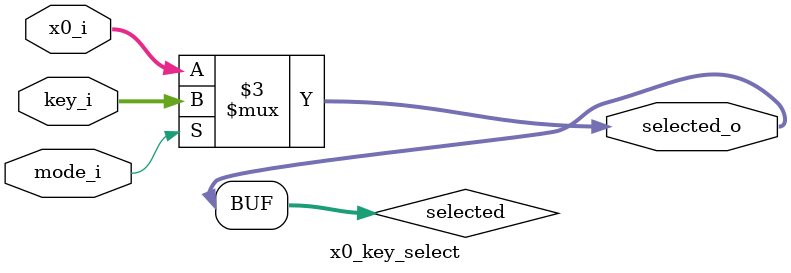
<source format=v>
module x0_key_select (
	input mode_i,
	input [63:0] x0_i,
	input [63:0] key_i,
	output [63:0] selected_o
	);

reg [63:0] selected;
assign selected_o = selected;

always @(*) begin
	if (mode_i) begin // Key mode (subkey generate)
		selected = key_i;
	end else begin // x0 mode
		selected = x0_i;
	end
end

endmodule
</source>
